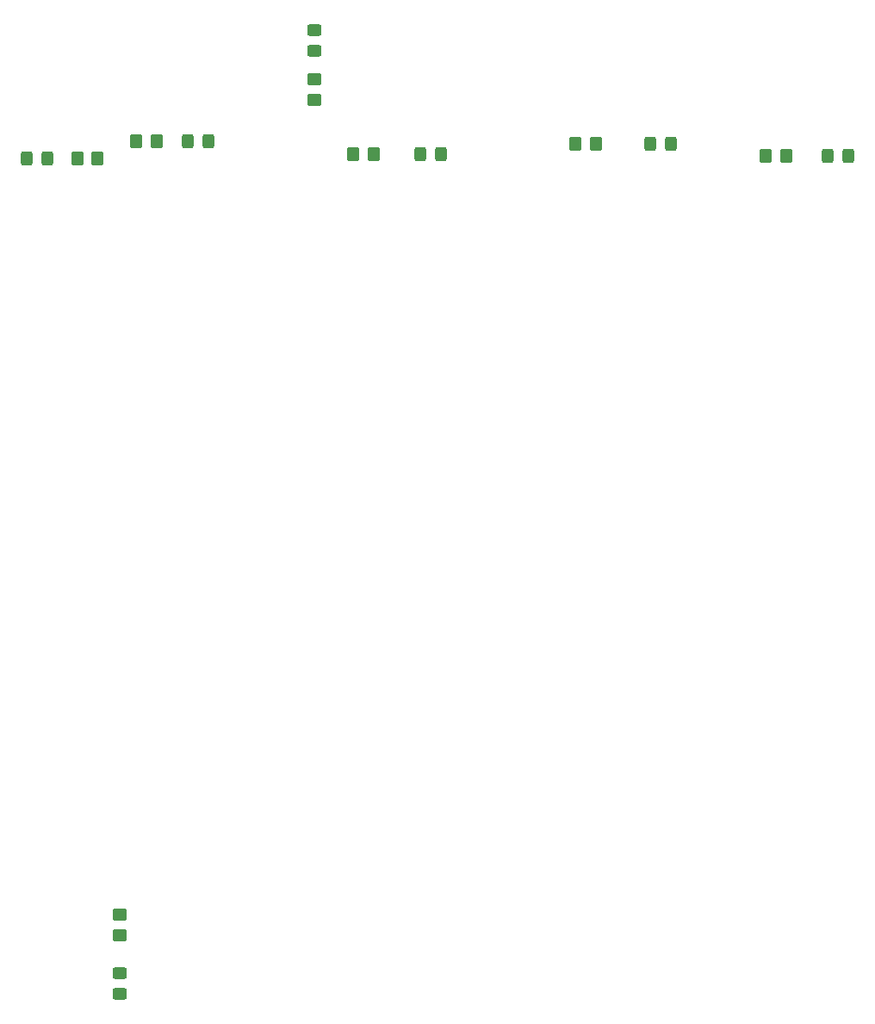
<source format=gbr>
%TF.GenerationSoftware,KiCad,Pcbnew,6.0.6-3a73a75311~116~ubuntu20.04.1*%
%TF.CreationDate,2022-06-26T16:51:51-05:00*%
%TF.ProjectId,BigClive_AA_Battery_Trickle_Charger_v000,42696743-6c69-4766-955f-41415f426174,rev?*%
%TF.SameCoordinates,Original*%
%TF.FileFunction,Paste,Top*%
%TF.FilePolarity,Positive*%
%FSLAX46Y46*%
G04 Gerber Fmt 4.6, Leading zero omitted, Abs format (unit mm)*
G04 Created by KiCad (PCBNEW 6.0.6-3a73a75311~116~ubuntu20.04.1) date 2022-06-26 16:51:51*
%MOMM*%
%LPD*%
G01*
G04 APERTURE LIST*
G04 Aperture macros list*
%AMRoundRect*
0 Rectangle with rounded corners*
0 $1 Rounding radius*
0 $2 $3 $4 $5 $6 $7 $8 $9 X,Y pos of 4 corners*
0 Add a 4 corners polygon primitive as box body*
4,1,4,$2,$3,$4,$5,$6,$7,$8,$9,$2,$3,0*
0 Add four circle primitives for the rounded corners*
1,1,$1+$1,$2,$3*
1,1,$1+$1,$4,$5*
1,1,$1+$1,$6,$7*
1,1,$1+$1,$8,$9*
0 Add four rect primitives between the rounded corners*
20,1,$1+$1,$2,$3,$4,$5,0*
20,1,$1+$1,$4,$5,$6,$7,0*
20,1,$1+$1,$6,$7,$8,$9,0*
20,1,$1+$1,$8,$9,$2,$3,0*%
G04 Aperture macros list end*
%ADD10RoundRect,0.250000X0.350000X0.450000X-0.350000X0.450000X-0.350000X-0.450000X0.350000X-0.450000X0*%
%ADD11RoundRect,0.250000X-0.350000X-0.450000X0.350000X-0.450000X0.350000X0.450000X-0.350000X0.450000X0*%
%ADD12RoundRect,0.250000X0.325000X0.450000X-0.325000X0.450000X-0.325000X-0.450000X0.325000X-0.450000X0*%
%ADD13RoundRect,0.250000X-0.325000X-0.450000X0.325000X-0.450000X0.325000X0.450000X-0.325000X0.450000X0*%
%ADD14RoundRect,0.250000X-0.450000X0.325000X-0.450000X-0.325000X0.450000X-0.325000X0.450000X0.325000X0*%
%ADD15RoundRect,0.250000X0.450000X-0.325000X0.450000X0.325000X-0.450000X0.325000X-0.450000X-0.325000X0*%
%ADD16RoundRect,0.250000X-0.450000X0.350000X-0.450000X-0.350000X0.450000X-0.350000X0.450000X0.350000X0*%
%ADD17RoundRect,0.250000X0.450000X-0.350000X0.450000X0.350000X-0.450000X0.350000X-0.450000X-0.350000X0*%
G04 APERTURE END LIST*
D10*
%TO.C,R2*%
X133630000Y-51950000D03*
X131630000Y-51950000D03*
%TD*%
D11*
%TO.C,R4*%
X158786000Y-51546000D03*
X160786000Y-51546000D03*
%TD*%
D12*
%TO.C,D4*%
X167415000Y-51546000D03*
X165365000Y-51546000D03*
%TD*%
D13*
%TO.C,D2*%
X126655000Y-51980000D03*
X128705000Y-51980000D03*
%TD*%
D11*
%TO.C,R5*%
X180630000Y-50530000D03*
X182630000Y-50530000D03*
%TD*%
%TO.C,R3*%
X137450000Y-50276000D03*
X139450000Y-50276000D03*
%TD*%
D14*
%TO.C,D1*%
X154960000Y-39345000D03*
X154960000Y-41395000D03*
%TD*%
D15*
%TO.C,D7*%
X135840000Y-134092500D03*
X135840000Y-132042500D03*
%TD*%
D12*
%TO.C,D5*%
X190021000Y-50530000D03*
X187971000Y-50530000D03*
%TD*%
D16*
%TO.C,R7*%
X135810000Y-126330000D03*
X135810000Y-128330000D03*
%TD*%
D17*
%TO.C,R1*%
X154960000Y-46180000D03*
X154960000Y-44180000D03*
%TD*%
D12*
%TO.C,D6*%
X207405000Y-51690000D03*
X205355000Y-51690000D03*
%TD*%
%TO.C,D3*%
X144555000Y-50276000D03*
X142505000Y-50276000D03*
%TD*%
D11*
%TO.C,R6*%
X199310000Y-51690000D03*
X201310000Y-51690000D03*
%TD*%
M02*

</source>
